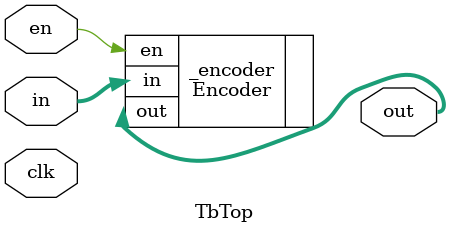
<source format=sv>



module TbTop #(
    localparam WIDTH = 32,
    localparam SIZE = $clog2(WIDTH)
)(
    input  wire clk,
    input  wire [WIDTH-1:0]  in,
    input  wire              en,
    output wire [SIZE-1:0]   out
);

   Encoder #(.WIDTH(WIDTH), .SIZE(SIZE))
       _encoder(.in, .en, .out);

endmodule : TbTop

</source>
